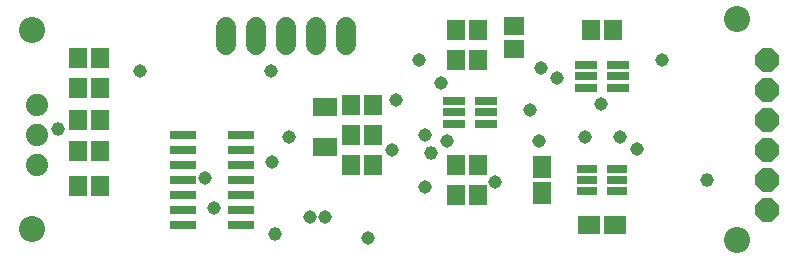
<source format=gbr>
G04 EAGLE Gerber RS-274X export*
G75*
%MOMM*%
%FSLAX34Y34*%
%LPD*%
%INSoldermask Top*%
%IPPOS*%
%AMOC8*
5,1,8,0,0,1.08239X$1,22.5*%
G01*
%ADD10C,2.205738*%
%ADD11R,1.498600X1.941475*%
%ADD12R,1.941475X1.498600*%
%ADD13R,1.503200X1.703200*%
%ADD14R,1.703200X1.503200*%
%ADD15P,2.144431X8X202.500000*%
%ADD16C,1.879600*%
%ADD17R,1.778000X0.787400*%
%ADD18R,1.828800X0.762000*%
%ADD19R,2.184400X0.762000*%
%ADD20C,1.727200*%
%ADD21R,2.003200X1.603200*%
%ADD22C,1.143000*%
%ADD23C,1.159600*%


D10*
X203200Y381000D03*
X203200Y212090D03*
X800100Y389890D03*
X800100Y203200D03*
D11*
X635000Y264867D03*
X635000Y243133D03*
D12*
X674933Y215900D03*
X696667Y215900D03*
D13*
X562000Y355600D03*
X581000Y355600D03*
X562000Y381000D03*
X581000Y381000D03*
X260960Y248920D03*
X241960Y248920D03*
X492100Y266700D03*
X473100Y266700D03*
X695300Y381000D03*
X676300Y381000D03*
D14*
X610870Y365150D03*
X610870Y384150D03*
D15*
X825500Y228600D03*
X825500Y254000D03*
X825500Y279400D03*
X825500Y304800D03*
X825500Y330200D03*
X825500Y355600D03*
D16*
X207010Y266700D03*
X207010Y292100D03*
X207010Y317500D03*
D13*
X581000Y241300D03*
X562000Y241300D03*
X581000Y266700D03*
X562000Y266700D03*
X260960Y304800D03*
X241960Y304800D03*
X241960Y278130D03*
X260960Y278130D03*
X241960Y331470D03*
X260960Y331470D03*
X241960Y356870D03*
X260960Y356870D03*
X473100Y317500D03*
X492100Y317500D03*
X473100Y292100D03*
X492100Y292100D03*
D17*
X673100Y263525D03*
X673100Y254000D03*
X673100Y244475D03*
X698500Y244475D03*
X698500Y254000D03*
X698500Y263525D03*
D18*
X560578Y320650D03*
X560578Y311150D03*
X560578Y301650D03*
X587502Y301650D03*
X587502Y311150D03*
X587502Y320650D03*
D19*
X330962Y292100D03*
X330962Y279400D03*
X330962Y266700D03*
X330962Y254000D03*
X330962Y241300D03*
X330962Y228600D03*
X330962Y215900D03*
X380238Y215900D03*
X380238Y228600D03*
X380238Y241300D03*
X380238Y254000D03*
X380238Y266700D03*
X380238Y279400D03*
X380238Y292100D03*
D18*
X672338Y351130D03*
X672338Y341630D03*
X672338Y332130D03*
X699262Y332130D03*
X699262Y341630D03*
X699262Y351130D03*
D20*
X367030Y368300D02*
X367030Y383540D01*
X392430Y383540D02*
X392430Y368300D01*
X417830Y368300D02*
X417830Y383540D01*
X443230Y383540D02*
X443230Y368300D01*
X468630Y368300D02*
X468630Y383540D01*
D21*
X450850Y281450D03*
X450850Y315450D03*
D22*
X487680Y204470D03*
X647700Y340360D03*
X736600Y355600D03*
X632460Y287020D03*
X356870Y229870D03*
D23*
X408940Y208280D03*
X224790Y297180D03*
X541020Y276860D03*
X774700Y254000D03*
D22*
X715264Y280416D03*
X350012Y255270D03*
X535940Y247904D03*
X625094Y312928D03*
X511048Y321818D03*
X530606Y355346D03*
X549656Y336296D03*
X438150Y222250D03*
X451612Y222250D03*
X685038Y318008D03*
X595376Y251968D03*
X294640Y346456D03*
X405130Y346202D03*
X554736Y286512D03*
X634238Y348742D03*
X406400Y268986D03*
X671576Y290576D03*
X701040Y290576D03*
X507746Y279146D03*
X535686Y291592D03*
X420624Y290576D03*
M02*

</source>
